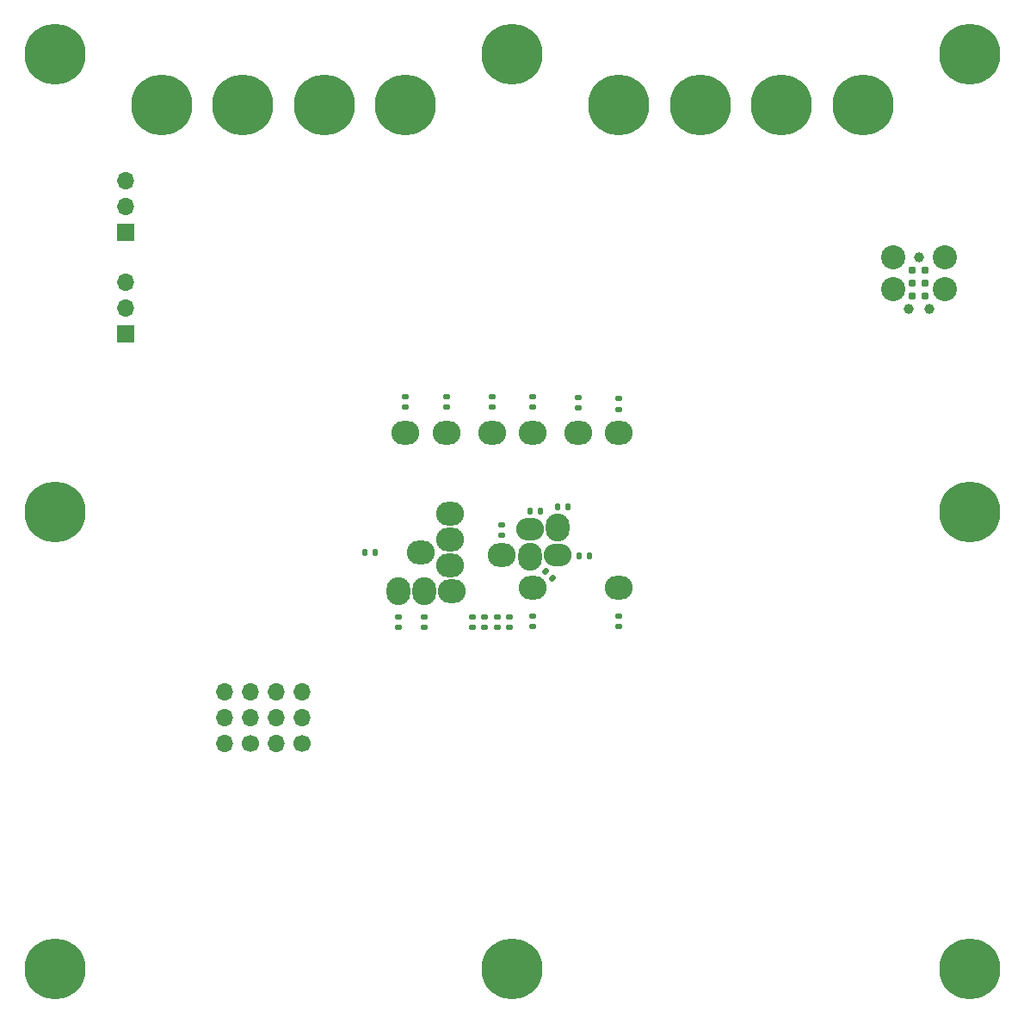
<source format=gbr>
%TF.GenerationSoftware,KiCad,Pcbnew,(6.0.0)*%
%TF.CreationDate,2022-08-21T23:10:39+12:00*%
%TF.ProjectId,TEST_FIXTURE,54455354-5f46-4495-9854-5552452e6b69,v1.0*%
%TF.SameCoordinates,Original*%
%TF.FileFunction,Soldermask,Top*%
%TF.FilePolarity,Negative*%
%FSLAX46Y46*%
G04 Gerber Fmt 4.6, Leading zero omitted, Abs format (unit mm)*
G04 Created by KiCad (PCBNEW (6.0.0)) date 2022-08-21 23:10:39*
%MOMM*%
%LPD*%
G01*
G04 APERTURE LIST*
G04 Aperture macros list*
%AMRoundRect*
0 Rectangle with rounded corners*
0 $1 Rounding radius*
0 $2 $3 $4 $5 $6 $7 $8 $9 X,Y pos of 4 corners*
0 Add a 4 corners polygon primitive as box body*
4,1,4,$2,$3,$4,$5,$6,$7,$8,$9,$2,$3,0*
0 Add four circle primitives for the rounded corners*
1,1,$1+$1,$2,$3*
1,1,$1+$1,$4,$5*
1,1,$1+$1,$6,$7*
1,1,$1+$1,$8,$9*
0 Add four rect primitives between the rounded corners*
20,1,$1+$1,$2,$3,$4,$5,0*
20,1,$1+$1,$4,$5,$6,$7,0*
20,1,$1+$1,$6,$7,$8,$9,0*
20,1,$1+$1,$8,$9,$2,$3,0*%
G04 Aperture macros list end*
%ADD10C,3.400000*%
%ADD11C,6.000000*%
%ADD12O,1.700000X1.700000*%
%ADD13R,1.700000X1.700000*%
%ADD14C,2.374900*%
%ADD15C,0.990600*%
%ADD16C,0.787400*%
%ADD17O,2.750000X2.340000*%
%ADD18RoundRect,0.135000X-0.185000X0.135000X-0.185000X-0.135000X0.185000X-0.135000X0.185000X0.135000X0*%
%ADD19O,2.340000X2.750000*%
%ADD20RoundRect,0.135000X0.185000X-0.135000X0.185000X0.135000X-0.185000X0.135000X-0.185000X-0.135000X0*%
%ADD21O,2.750000X2.200000*%
%ADD22RoundRect,0.135000X0.135000X0.185000X-0.135000X0.185000X-0.135000X-0.185000X0.135000X-0.185000X0*%
%ADD23RoundRect,0.135000X-0.135000X-0.185000X0.135000X-0.185000X0.135000X0.185000X-0.135000X0.185000X0*%
%ADD24C,1.700000*%
%ADD25RoundRect,0.135000X0.226274X0.035355X0.035355X0.226274X-0.226274X-0.035355X-0.035355X-0.226274X0*%
G04 APERTURE END LIST*
D10*
%TO.C,H16*%
X234500000Y-110000000D03*
D11*
X234500000Y-110000000D03*
%TD*%
D10*
%TO.C,H15*%
X226500000Y-110000000D03*
D11*
X226500000Y-110000000D03*
%TD*%
D12*
%TO.C,J4*%
X162000000Y-127420000D03*
X162000000Y-129960000D03*
D13*
X162000000Y-132500000D03*
%TD*%
D12*
%TO.C,J3*%
X162000000Y-117420000D03*
X162000000Y-119960000D03*
D13*
X162000000Y-122500000D03*
%TD*%
D14*
%TO.C,J5*%
X237460000Y-124960000D03*
X242540000Y-124960000D03*
X242540000Y-128135000D03*
X237460000Y-128135000D03*
D15*
X241016000Y-130040000D03*
X238984000Y-130040000D03*
X240000000Y-124960000D03*
D16*
X239365000Y-126230000D03*
X240635000Y-126230000D03*
X239365000Y-127500000D03*
X240635000Y-127500000D03*
X239365000Y-128770000D03*
X240635000Y-128770000D03*
%TD*%
D10*
%TO.C,H14*%
X181500000Y-110000000D03*
D11*
X181500000Y-110000000D03*
%TD*%
D10*
%TO.C,H13*%
X165500000Y-110000000D03*
D11*
X165500000Y-110000000D03*
%TD*%
D10*
%TO.C,H12*%
X173500000Y-110000000D03*
D11*
X173500000Y-110000000D03*
%TD*%
D10*
%TO.C,H11*%
X189500000Y-110000000D03*
D11*
X189500000Y-110000000D03*
%TD*%
D10*
%TO.C,H10*%
X210500000Y-110000000D03*
D11*
X210500000Y-110000000D03*
%TD*%
D10*
%TO.C,H9*%
X218500000Y-110000000D03*
D11*
X218500000Y-110000000D03*
%TD*%
D17*
%TO.C,J13*%
X206500000Y-142250000D03*
%TD*%
D18*
%TO.C,R4*%
X198000000Y-138690000D03*
X198000000Y-139710000D03*
%TD*%
D17*
%TO.C,J14*%
X202000000Y-142250000D03*
%TD*%
%TO.C,J30*%
X199000000Y-154250000D03*
%TD*%
%TO.C,J15*%
X198000000Y-142250000D03*
%TD*%
%TO.C,J25*%
X210500000Y-157500000D03*
%TD*%
%TO.C,J21*%
X193850000Y-150190000D03*
%TD*%
D19*
%TO.C,J23*%
X188770000Y-157810000D03*
%TD*%
D20*
%TO.C,R8*%
X197300000Y-161410000D03*
X197300000Y-160390000D03*
%TD*%
D17*
%TO.C,J17*%
X189500000Y-142250000D03*
%TD*%
D10*
%TO.C,H8*%
X155000000Y-150000000D03*
D11*
X155000000Y-150000000D03*
%TD*%
D17*
%TO.C,J12*%
X210500000Y-142250000D03*
%TD*%
D21*
%TO.C,J28*%
X204500000Y-154250000D03*
%TD*%
D17*
%TO.C,J26*%
X191000000Y-154000000D03*
%TD*%
%TO.C,J19*%
X193850000Y-155270000D03*
%TD*%
D20*
%TO.C,R10*%
X199700000Y-161410000D03*
X199700000Y-160390000D03*
%TD*%
D11*
%TO.C,H2*%
X200000000Y-195000000D03*
D10*
X200000000Y-195000000D03*
%TD*%
D18*
%TO.C,R3*%
X202000000Y-138690000D03*
X202000000Y-139710000D03*
%TD*%
D19*
%TO.C,J27*%
X201750000Y-154455000D03*
%TD*%
D17*
%TO.C,J20*%
X193850000Y-152730000D03*
%TD*%
D21*
%TO.C,J29*%
X201750000Y-151750000D03*
%TD*%
D19*
%TO.C,J22*%
X191310000Y-157810000D03*
%TD*%
%TO.C,J31*%
X204500000Y-151545000D03*
%TD*%
D18*
%TO.C,R6*%
X189500000Y-138690000D03*
X189500000Y-139710000D03*
%TD*%
D20*
%TO.C,R7*%
X196100000Y-161410000D03*
X196100000Y-160390000D03*
%TD*%
D11*
%TO.C,H1*%
X155000000Y-195000000D03*
D10*
X155000000Y-195000000D03*
%TD*%
D18*
%TO.C,R5*%
X193500000Y-138690000D03*
X193500000Y-139710000D03*
%TD*%
D10*
%TO.C,H5*%
X245000000Y-105000000D03*
D11*
X245000000Y-105000000D03*
%TD*%
D20*
%TO.C,R9*%
X198500000Y-161410000D03*
X198500000Y-160390000D03*
%TD*%
D10*
%TO.C,H7*%
X155000000Y-105000000D03*
D11*
X155000000Y-105000000D03*
%TD*%
D20*
%TO.C,R13*%
X202000000Y-161310000D03*
X202000000Y-160290000D03*
%TD*%
D11*
%TO.C,H4*%
X245000000Y-150000000D03*
D10*
X245000000Y-150000000D03*
%TD*%
D22*
%TO.C,R18*%
X201790000Y-149900000D03*
X202810000Y-149900000D03*
%TD*%
D17*
%TO.C,J18*%
X194055000Y-157810000D03*
%TD*%
D20*
%TO.C,R12*%
X188800000Y-161410000D03*
X188800000Y-160390000D03*
%TD*%
D23*
%TO.C,R15*%
X185490000Y-154000000D03*
X186510000Y-154000000D03*
%TD*%
D24*
%TO.C,J1*%
X179280000Y-172800000D03*
D12*
X176740000Y-172800000D03*
X179280000Y-170260000D03*
X176740000Y-170260000D03*
X179280000Y-167720000D03*
X176740000Y-167720000D03*
%TD*%
D17*
%TO.C,J24*%
X202000000Y-157500000D03*
%TD*%
D11*
%TO.C,H6*%
X200000000Y-105000000D03*
D10*
X200000000Y-105000000D03*
%TD*%
D18*
%TO.C,R2*%
X206500000Y-138790000D03*
X206500000Y-139810000D03*
%TD*%
D17*
%TO.C,J16*%
X193500000Y-142250000D03*
%TD*%
D24*
%TO.C,J2*%
X174200000Y-172800000D03*
D12*
X171660000Y-172800000D03*
X174200000Y-170260000D03*
X171660000Y-170260000D03*
X174200000Y-167720000D03*
X171660000Y-167720000D03*
%TD*%
D18*
%TO.C,R1*%
X210500000Y-138890000D03*
X210500000Y-139910000D03*
%TD*%
%TO.C,R19*%
X199000000Y-152310000D03*
X199000000Y-151290000D03*
%TD*%
D25*
%TO.C,R16*%
X203239376Y-155839376D03*
X203960624Y-156560624D03*
%TD*%
D20*
%TO.C,R14*%
X210500000Y-161310000D03*
X210500000Y-160290000D03*
%TD*%
D22*
%TO.C,R20*%
X204490000Y-149500000D03*
X205510000Y-149500000D03*
%TD*%
%TO.C,R17*%
X206590000Y-154300000D03*
X207610000Y-154300000D03*
%TD*%
D11*
%TO.C,H3*%
X245000000Y-195000000D03*
D10*
X245000000Y-195000000D03*
%TD*%
D20*
%TO.C,R11*%
X191300000Y-161410000D03*
X191300000Y-160390000D03*
%TD*%
M02*

</source>
